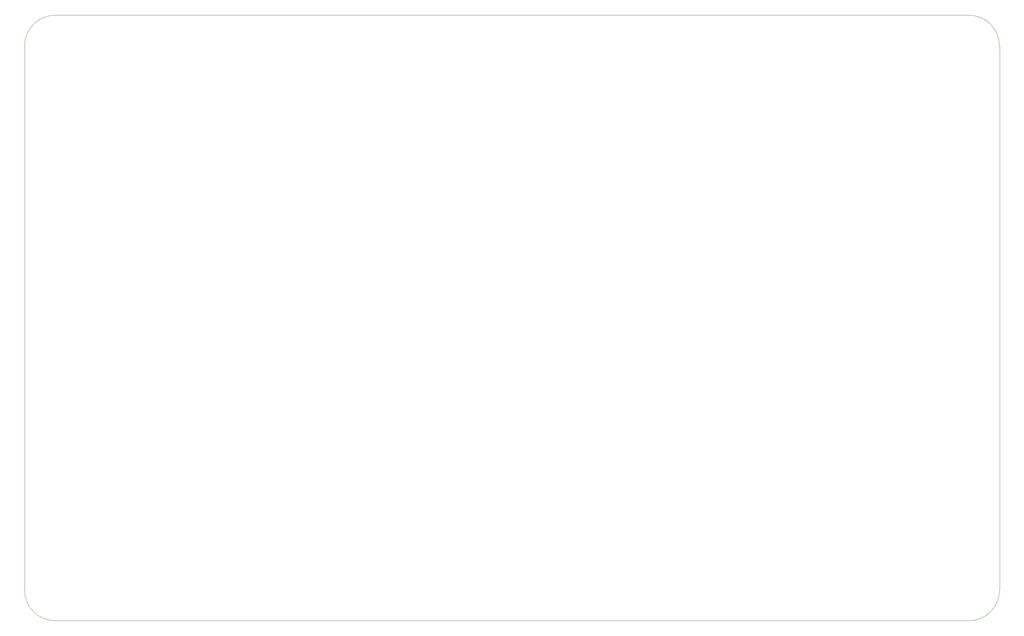
<source format=gm1>
G04 #@! TF.GenerationSoftware,KiCad,Pcbnew,(5.1.9)-1*
G04 #@! TF.CreationDate,2023-05-10T17:14:40+01:00*
G04 #@! TF.ProjectId,AT_65C02_Computer_Rev004,41545f36-3543-4303-925f-436f6d707574,Rev004*
G04 #@! TF.SameCoordinates,Original*
G04 #@! TF.FileFunction,Profile,NP*
%FSLAX46Y46*%
G04 Gerber Fmt 4.6, Leading zero omitted, Abs format (unit mm)*
G04 Created by KiCad (PCBNEW (5.1.9)-1) date 2023-05-10 17:14:40*
%MOMM*%
%LPD*%
G01*
G04 APERTURE LIST*
G04 #@! TA.AperFunction,Profile*
%ADD10C,0.050000*%
G04 #@! TD*
G04 APERTURE END LIST*
D10*
X91605000Y-204210000D02*
X91605000Y-69590000D01*
X325285000Y-211830000D02*
X99225000Y-211830000D01*
X332905000Y-69590000D02*
X332905000Y-204210000D01*
X99225000Y-61970000D02*
X325285000Y-61970000D01*
X99225000Y-211830000D02*
G75*
G02*
X91605000Y-204210000I0J7620000D01*
G01*
X332905000Y-204210000D02*
G75*
G02*
X325285000Y-211830000I-7620000J0D01*
G01*
X325285000Y-61970000D02*
G75*
G02*
X332905000Y-69590000I0J-7620000D01*
G01*
X91605000Y-69590000D02*
G75*
G02*
X99225000Y-61970000I7620000J0D01*
G01*
M02*

</source>
